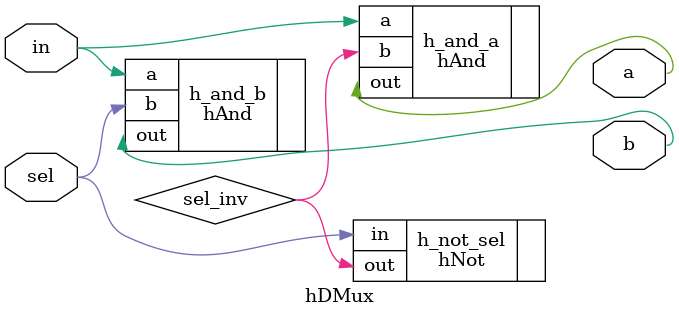
<source format=v>

`ifndef _h_dmux_
`define _h_dmux_

`timescale 1ns / 1ps
`include "hNot.v"
`include "hAnd.v"
module hDMux(
    input in,
    input sel,
    output a,
    output b
    );
	
	wire sel_inv;
	
	hNot h_not_sel(.in(sel), .out(sel_inv));
	
	hAnd h_and_a(.a(in), .b(sel_inv), .out(a));
	hAnd h_and_b(.a(in), .b(sel), .out(b));

endmodule

`endif
</source>
